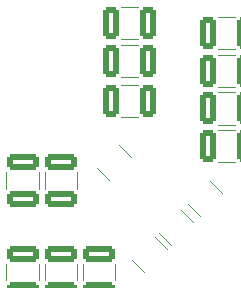
<source format=gbo>
G04 #@! TF.GenerationSoftware,KiCad,Pcbnew,(6.0.0)*
G04 #@! TF.CreationDate,2023-02-12T16:32:33+01:00*
G04 #@! TF.ProjectId,Ampli_0_5W,416d706c-695f-4305-9f35-572e6b696361,rev?*
G04 #@! TF.SameCoordinates,Original*
G04 #@! TF.FileFunction,Legend,Bot*
G04 #@! TF.FilePolarity,Positive*
%FSLAX46Y46*%
G04 Gerber Fmt 4.6, Leading zero omitted, Abs format (unit mm)*
G04 Created by KiCad (PCBNEW (6.0.0)) date 2023-02-12 16:32:33*
%MOMM*%
%LPD*%
G01*
G04 APERTURE LIST*
G04 Aperture macros list*
%AMRoundRect*
0 Rectangle with rounded corners*
0 $1 Rounding radius*
0 $2 $3 $4 $5 $6 $7 $8 $9 X,Y pos of 4 corners*
0 Add a 4 corners polygon primitive as box body*
4,1,4,$2,$3,$4,$5,$6,$7,$8,$9,$2,$3,0*
0 Add four circle primitives for the rounded corners*
1,1,$1+$1,$2,$3*
1,1,$1+$1,$4,$5*
1,1,$1+$1,$6,$7*
1,1,$1+$1,$8,$9*
0 Add four rect primitives between the rounded corners*
20,1,$1+$1,$2,$3,$4,$5,0*
20,1,$1+$1,$4,$5,$6,$7,0*
20,1,$1+$1,$6,$7,$8,$9,0*
20,1,$1+$1,$8,$9,$2,$3,0*%
G04 Aperture macros list end*
%ADD10C,0.120000*%
%ADD11C,5.600000*%
%ADD12C,8.000000*%
%ADD13RoundRect,0.250000X-0.620000X-0.845000X0.620000X-0.845000X0.620000X0.845000X-0.620000X0.845000X0*%
%ADD14O,1.740000X2.190000*%
%ADD15O,4.000000X3.000000*%
%ADD16C,1.998980*%
%ADD17C,2.499360*%
%ADD18RoundRect,0.250000X1.069499X0.486136X0.486136X1.069499X-1.069499X-0.486136X-0.486136X-1.069499X0*%
%ADD19RoundRect,0.250000X1.100000X-0.412500X1.100000X0.412500X-1.100000X0.412500X-1.100000X-0.412500X0*%
%ADD20RoundRect,0.250000X-1.100000X0.412500X-1.100000X-0.412500X1.100000X-0.412500X1.100000X0.412500X0*%
%ADD21RoundRect,0.250000X0.412500X1.100000X-0.412500X1.100000X-0.412500X-1.100000X0.412500X-1.100000X0*%
%ADD22RoundRect,0.250000X-0.412500X-1.100000X0.412500X-1.100000X0.412500X1.100000X-0.412500X1.100000X0*%
%ADD23RoundRect,0.250000X-1.069499X-0.486136X-0.486136X-1.069499X1.069499X0.486136X0.486136X1.069499X0*%
G04 APERTURE END LIST*
D10*
X148041266Y-83214596D02*
X147035404Y-82208734D01*
X149964596Y-81291266D02*
X148958734Y-80285404D01*
X142890000Y-83961252D02*
X142890000Y-82538748D01*
X145610000Y-83961252D02*
X145610000Y-82538748D01*
X142360000Y-74788748D02*
X142360000Y-76211252D01*
X139640000Y-74788748D02*
X139640000Y-76211252D01*
X139110000Y-74788748D02*
X139110000Y-76211252D01*
X136390000Y-74788748D02*
X136390000Y-76211252D01*
X155711252Y-71240000D02*
X154288748Y-71240000D01*
X155711252Y-73960000D02*
X154288748Y-73960000D01*
X146088748Y-63560000D02*
X147511252Y-63560000D01*
X146088748Y-60840000D02*
X147511252Y-60840000D01*
X142360000Y-83961252D02*
X142360000Y-82538748D01*
X139640000Y-83961252D02*
X139640000Y-82538748D01*
X155711252Y-67560000D02*
X154288748Y-67560000D01*
X155711252Y-64840000D02*
X154288748Y-64840000D01*
X136390000Y-83961252D02*
X136390000Y-82538748D01*
X139110000Y-83961252D02*
X139110000Y-82538748D01*
X152741266Y-78464596D02*
X151735404Y-77458734D01*
X154664596Y-76541266D02*
X153658734Y-75535404D01*
X146088748Y-70160000D02*
X147511252Y-70160000D01*
X146088748Y-67440000D02*
X147511252Y-67440000D01*
X155711252Y-70760000D02*
X154288748Y-70760000D01*
X155711252Y-68040000D02*
X154288748Y-68040000D01*
X145958734Y-72535404D02*
X146964596Y-73541266D01*
X144035404Y-74458734D02*
X145041266Y-75464596D01*
X146088748Y-64040000D02*
X147511252Y-64040000D01*
X146088748Y-66760000D02*
X147511252Y-66760000D01*
X155711252Y-64360000D02*
X154288748Y-64360000D01*
X155711252Y-61640000D02*
X154288748Y-61640000D01*
X152214596Y-79041266D02*
X151208734Y-78035404D01*
X150291266Y-80964596D02*
X149285404Y-79958734D01*
%LPC*%
D11*
X85000000Y-35000000D03*
X85000000Y-106000000D03*
D12*
X169000000Y-49000000D03*
D11*
X175000000Y-106000000D03*
D13*
X100730000Y-41020000D03*
D14*
X103270000Y-41020000D03*
D12*
X151000000Y-49000000D03*
D11*
X175000000Y-35000000D03*
D15*
X134232500Y-81250000D03*
X134232500Y-77250000D03*
D13*
X135730000Y-41020000D03*
D14*
X138270000Y-41020000D03*
D16*
X85000000Y-78000000D03*
D17*
X82460000Y-75460000D03*
X87540000Y-75460000D03*
X82460000Y-80540000D03*
X87540000Y-80540000D03*
D16*
X175000000Y-72800000D03*
D17*
X172460000Y-75340000D03*
X172460000Y-70260000D03*
X177540000Y-70260000D03*
X177540000Y-75340000D03*
D18*
X149604854Y-82854854D03*
X147395146Y-80645146D03*
D19*
X144250000Y-84812500D03*
X144250000Y-81687500D03*
D20*
X141000000Y-73937500D03*
X141000000Y-77062500D03*
X137750000Y-73937500D03*
X137750000Y-77062500D03*
D21*
X156562500Y-72600000D03*
X153437500Y-72600000D03*
D22*
X145237500Y-62200000D03*
X148362500Y-62200000D03*
D19*
X141000000Y-84812500D03*
X141000000Y-81687500D03*
D21*
X156562500Y-66200000D03*
X153437500Y-66200000D03*
D19*
X137750000Y-84812500D03*
X137750000Y-81687500D03*
D18*
X154304854Y-78104854D03*
X152095146Y-75895146D03*
D22*
X145237500Y-68800000D03*
X148362500Y-68800000D03*
D21*
X156562500Y-69400000D03*
X153437500Y-69400000D03*
D23*
X144395146Y-72895146D03*
X146604854Y-75104854D03*
D22*
X145237500Y-65400000D03*
X148362500Y-65400000D03*
D21*
X156562500Y-63000000D03*
X153437500Y-63000000D03*
D18*
X151854854Y-80604854D03*
X149645146Y-78395146D03*
M02*

</source>
